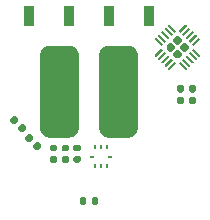
<source format=gbp>
G04 #@! TF.GenerationSoftware,KiCad,Pcbnew,8.0.9-8.0.9-0~ubuntu20.04.1*
G04 #@! TF.CreationDate,2025-12-29T17:13:45+00:00*
G04 #@! TF.ProjectId,nfc-pcb-tag,6e66632d-7063-4622-9d74-61672e6b6963,rev?*
G04 #@! TF.SameCoordinates,Original*
G04 #@! TF.FileFunction,Paste,Bot*
G04 #@! TF.FilePolarity,Positive*
%FSLAX46Y46*%
G04 Gerber Fmt 4.6, Leading zero omitted, Abs format (unit mm)*
G04 Created by KiCad (PCBNEW 8.0.9-8.0.9-0~ubuntu20.04.1) date 2025-12-29 17:13:45*
%MOMM*%
%LPD*%
G01*
G04 APERTURE LIST*
%ADD10R,0.250000X0.400000*%
%ADD11R,0.400000X0.250000*%
%ADD12R,0.900000X1.700000*%
G04 APERTURE END LIST*
G36*
G01*
X81530000Y-38315000D02*
X81530000Y-38685000D01*
G75*
G02*
X81395000Y-38820000I-135000J0D01*
G01*
X81125000Y-38820000D01*
G75*
G02*
X80990000Y-38685000I0J135000D01*
G01*
X80990000Y-38315000D01*
G75*
G02*
X81125000Y-38180000I135000J0D01*
G01*
X81395000Y-38180000D01*
G75*
G02*
X81530000Y-38315000I0J-135000D01*
G01*
G37*
G36*
G01*
X80510000Y-38315000D02*
X80510000Y-38685000D01*
G75*
G02*
X80375000Y-38820000I-135000J0D01*
G01*
X80105000Y-38820000D01*
G75*
G02*
X79970000Y-38685000I0J135000D01*
G01*
X79970000Y-38315000D01*
G75*
G02*
X80105000Y-38180000I135000J0D01*
G01*
X80375000Y-38180000D01*
G75*
G02*
X80510000Y-38315000I0J-135000D01*
G01*
G37*
D10*
X73000000Y-42450000D03*
X73500000Y-42450000D03*
X74000000Y-42450000D03*
D11*
X74250000Y-43250000D03*
D10*
X74000000Y-44050000D03*
X73500000Y-44050000D03*
X73000000Y-44050000D03*
D11*
X72750000Y-43250000D03*
G36*
G01*
X81530000Y-37315000D02*
X81530000Y-37685000D01*
G75*
G02*
X81395000Y-37820000I-135000J0D01*
G01*
X81125000Y-37820000D01*
G75*
G02*
X80990000Y-37685000I0J135000D01*
G01*
X80990000Y-37315000D01*
G75*
G02*
X81125000Y-37180000I135000J0D01*
G01*
X81395000Y-37180000D01*
G75*
G02*
X81530000Y-37315000I0J-135000D01*
G01*
G37*
G36*
G01*
X80510000Y-37315000D02*
X80510000Y-37685000D01*
G75*
G02*
X80375000Y-37820000I-135000J0D01*
G01*
X80105000Y-37820000D01*
G75*
G02*
X79970000Y-37685000I0J135000D01*
G01*
X79970000Y-37315000D01*
G75*
G02*
X80105000Y-37180000I135000J0D01*
G01*
X80375000Y-37180000D01*
G75*
G02*
X80510000Y-37315000I0J-135000D01*
G01*
G37*
D12*
X70800000Y-31300000D03*
X67400000Y-31300000D03*
G36*
G01*
X80698268Y-33644679D02*
X80935149Y-33881560D01*
G75*
G02*
X80935149Y-34118440I-118440J-118440D01*
G01*
X80698268Y-34355321D01*
G75*
G02*
X80461388Y-34355321I-118440J118440D01*
G01*
X80224507Y-34118440D01*
G75*
G02*
X80224507Y-33881560I118440J118440D01*
G01*
X80461388Y-33644679D01*
G75*
G02*
X80698268Y-33644679I118440J-118440D01*
G01*
G37*
G36*
G01*
X80118440Y-33064851D02*
X80355321Y-33301732D01*
G75*
G02*
X80355321Y-33538612I-118440J-118440D01*
G01*
X80118440Y-33775493D01*
G75*
G02*
X79881560Y-33775493I-118440J118440D01*
G01*
X79644679Y-33538612D01*
G75*
G02*
X79644679Y-33301732I118440J118440D01*
G01*
X79881560Y-33064851D01*
G75*
G02*
X80118440Y-33064851I118440J-118440D01*
G01*
G37*
G36*
G01*
X80118440Y-34224507D02*
X80355321Y-34461388D01*
G75*
G02*
X80355321Y-34698268I-118440J-118440D01*
G01*
X80118440Y-34935149D01*
G75*
G02*
X79881560Y-34935149I-118440J118440D01*
G01*
X79644679Y-34698268D01*
G75*
G02*
X79644679Y-34461388I118440J118440D01*
G01*
X79881560Y-34224507D01*
G75*
G02*
X80118440Y-34224507I118440J-118440D01*
G01*
G37*
G36*
G01*
X79538612Y-33644679D02*
X79775493Y-33881560D01*
G75*
G02*
X79775493Y-34118440I-118440J-118440D01*
G01*
X79538612Y-34355321D01*
G75*
G02*
X79301732Y-34355321I-118440J118440D01*
G01*
X79064851Y-34118440D01*
G75*
G02*
X79064851Y-33881560I118440J118440D01*
G01*
X79301732Y-33644679D01*
G75*
G02*
X79538612Y-33644679I118440J-118440D01*
G01*
G37*
G36*
G01*
X80724784Y-32073135D02*
X80795494Y-32143845D01*
G75*
G02*
X80795494Y-32214555I-35355J-35355D01*
G01*
X80265164Y-32744885D01*
G75*
G02*
X80194454Y-32744885I-35355J35355D01*
G01*
X80123744Y-32674175D01*
G75*
G02*
X80123744Y-32603465I35355J35355D01*
G01*
X80654074Y-32073135D01*
G75*
G02*
X80724784Y-32073135I35355J-35355D01*
G01*
G37*
G36*
G01*
X81007627Y-32355977D02*
X81078337Y-32426687D01*
G75*
G02*
X81078337Y-32497397I-35355J-35355D01*
G01*
X80548007Y-33027727D01*
G75*
G02*
X80477297Y-33027727I-35355J35355D01*
G01*
X80406587Y-32957017D01*
G75*
G02*
X80406587Y-32886307I35355J35355D01*
G01*
X80936917Y-32355977D01*
G75*
G02*
X81007627Y-32355977I35355J-35355D01*
G01*
G37*
G36*
G01*
X81290470Y-32638820D02*
X81361180Y-32709530D01*
G75*
G02*
X81361180Y-32780240I-35355J-35355D01*
G01*
X80830850Y-33310570D01*
G75*
G02*
X80760140Y-33310570I-35355J35355D01*
G01*
X80689430Y-33239860D01*
G75*
G02*
X80689430Y-33169150I35355J35355D01*
G01*
X81219760Y-32638820D01*
G75*
G02*
X81290470Y-32638820I35355J-35355D01*
G01*
G37*
G36*
G01*
X81573313Y-32921663D02*
X81644023Y-32992373D01*
G75*
G02*
X81644023Y-33063083I-35355J-35355D01*
G01*
X81113693Y-33593413D01*
G75*
G02*
X81042983Y-33593413I-35355J35355D01*
G01*
X80972273Y-33522703D01*
G75*
G02*
X80972273Y-33451993I35355J35355D01*
G01*
X81502603Y-32921663D01*
G75*
G02*
X81573313Y-32921663I35355J-35355D01*
G01*
G37*
G36*
G01*
X81856155Y-33204506D02*
X81926865Y-33275216D01*
G75*
G02*
X81926865Y-33345926I-35355J-35355D01*
G01*
X81396535Y-33876256D01*
G75*
G02*
X81325825Y-33876256I-35355J35355D01*
G01*
X81255115Y-33805546D01*
G75*
G02*
X81255115Y-33734836I35355J35355D01*
G01*
X81785445Y-33204506D01*
G75*
G02*
X81856155Y-33204506I35355J-35355D01*
G01*
G37*
G36*
G01*
X81396535Y-34123744D02*
X81926865Y-34654074D01*
G75*
G02*
X81926865Y-34724784I-35355J-35355D01*
G01*
X81856155Y-34795494D01*
G75*
G02*
X81785445Y-34795494I-35355J35355D01*
G01*
X81255115Y-34265164D01*
G75*
G02*
X81255115Y-34194454I35355J35355D01*
G01*
X81325825Y-34123744D01*
G75*
G02*
X81396535Y-34123744I35355J-35355D01*
G01*
G37*
G36*
G01*
X81113693Y-34406587D02*
X81644023Y-34936917D01*
G75*
G02*
X81644023Y-35007627I-35355J-35355D01*
G01*
X81573313Y-35078337D01*
G75*
G02*
X81502603Y-35078337I-35355J35355D01*
G01*
X80972273Y-34548007D01*
G75*
G02*
X80972273Y-34477297I35355J35355D01*
G01*
X81042983Y-34406587D01*
G75*
G02*
X81113693Y-34406587I35355J-35355D01*
G01*
G37*
G36*
G01*
X80830850Y-34689430D02*
X81361180Y-35219760D01*
G75*
G02*
X81361180Y-35290470I-35355J-35355D01*
G01*
X81290470Y-35361180D01*
G75*
G02*
X81219760Y-35361180I-35355J35355D01*
G01*
X80689430Y-34830850D01*
G75*
G02*
X80689430Y-34760140I35355J35355D01*
G01*
X80760140Y-34689430D01*
G75*
G02*
X80830850Y-34689430I35355J-35355D01*
G01*
G37*
G36*
G01*
X80548007Y-34972273D02*
X81078337Y-35502603D01*
G75*
G02*
X81078337Y-35573313I-35355J-35355D01*
G01*
X81007627Y-35644023D01*
G75*
G02*
X80936917Y-35644023I-35355J35355D01*
G01*
X80406587Y-35113693D01*
G75*
G02*
X80406587Y-35042983I35355J35355D01*
G01*
X80477297Y-34972273D01*
G75*
G02*
X80548007Y-34972273I35355J-35355D01*
G01*
G37*
G36*
G01*
X80265164Y-35255115D02*
X80795494Y-35785445D01*
G75*
G02*
X80795494Y-35856155I-35355J-35355D01*
G01*
X80724784Y-35926865D01*
G75*
G02*
X80654074Y-35926865I-35355J35355D01*
G01*
X80123744Y-35396535D01*
G75*
G02*
X80123744Y-35325825I35355J35355D01*
G01*
X80194454Y-35255115D01*
G75*
G02*
X80265164Y-35255115I35355J-35355D01*
G01*
G37*
G36*
G01*
X79805546Y-35255115D02*
X79876256Y-35325825D01*
G75*
G02*
X79876256Y-35396535I-35355J-35355D01*
G01*
X79345926Y-35926865D01*
G75*
G02*
X79275216Y-35926865I-35355J35355D01*
G01*
X79204506Y-35856155D01*
G75*
G02*
X79204506Y-35785445I35355J35355D01*
G01*
X79734836Y-35255115D01*
G75*
G02*
X79805546Y-35255115I35355J-35355D01*
G01*
G37*
G36*
G01*
X79522703Y-34972273D02*
X79593413Y-35042983D01*
G75*
G02*
X79593413Y-35113693I-35355J-35355D01*
G01*
X79063083Y-35644023D01*
G75*
G02*
X78992373Y-35644023I-35355J35355D01*
G01*
X78921663Y-35573313D01*
G75*
G02*
X78921663Y-35502603I35355J35355D01*
G01*
X79451993Y-34972273D01*
G75*
G02*
X79522703Y-34972273I35355J-35355D01*
G01*
G37*
G36*
G01*
X79239860Y-34689430D02*
X79310570Y-34760140D01*
G75*
G02*
X79310570Y-34830850I-35355J-35355D01*
G01*
X78780240Y-35361180D01*
G75*
G02*
X78709530Y-35361180I-35355J35355D01*
G01*
X78638820Y-35290470D01*
G75*
G02*
X78638820Y-35219760I35355J35355D01*
G01*
X79169150Y-34689430D01*
G75*
G02*
X79239860Y-34689430I35355J-35355D01*
G01*
G37*
G36*
G01*
X78957017Y-34406587D02*
X79027727Y-34477297D01*
G75*
G02*
X79027727Y-34548007I-35355J-35355D01*
G01*
X78497397Y-35078337D01*
G75*
G02*
X78426687Y-35078337I-35355J35355D01*
G01*
X78355977Y-35007627D01*
G75*
G02*
X78355977Y-34936917I35355J35355D01*
G01*
X78886307Y-34406587D01*
G75*
G02*
X78957017Y-34406587I35355J-35355D01*
G01*
G37*
G36*
G01*
X78674175Y-34123744D02*
X78744885Y-34194454D01*
G75*
G02*
X78744885Y-34265164I-35355J-35355D01*
G01*
X78214555Y-34795494D01*
G75*
G02*
X78143845Y-34795494I-35355J35355D01*
G01*
X78073135Y-34724784D01*
G75*
G02*
X78073135Y-34654074I35355J35355D01*
G01*
X78603465Y-34123744D01*
G75*
G02*
X78674175Y-34123744I35355J-35355D01*
G01*
G37*
G36*
G01*
X78214555Y-33204506D02*
X78744885Y-33734836D01*
G75*
G02*
X78744885Y-33805546I-35355J-35355D01*
G01*
X78674175Y-33876256D01*
G75*
G02*
X78603465Y-33876256I-35355J35355D01*
G01*
X78073135Y-33345926D01*
G75*
G02*
X78073135Y-33275216I35355J35355D01*
G01*
X78143845Y-33204506D01*
G75*
G02*
X78214555Y-33204506I35355J-35355D01*
G01*
G37*
G36*
G01*
X78497397Y-32921663D02*
X79027727Y-33451993D01*
G75*
G02*
X79027727Y-33522703I-35355J-35355D01*
G01*
X78957017Y-33593413D01*
G75*
G02*
X78886307Y-33593413I-35355J35355D01*
G01*
X78355977Y-33063083D01*
G75*
G02*
X78355977Y-32992373I35355J35355D01*
G01*
X78426687Y-32921663D01*
G75*
G02*
X78497397Y-32921663I35355J-35355D01*
G01*
G37*
G36*
G01*
X78780240Y-32638820D02*
X79310570Y-33169150D01*
G75*
G02*
X79310570Y-33239860I-35355J-35355D01*
G01*
X79239860Y-33310570D01*
G75*
G02*
X79169150Y-33310570I-35355J35355D01*
G01*
X78638820Y-32780240D01*
G75*
G02*
X78638820Y-32709530I35355J35355D01*
G01*
X78709530Y-32638820D01*
G75*
G02*
X78780240Y-32638820I35355J-35355D01*
G01*
G37*
G36*
G01*
X79063083Y-32355977D02*
X79593413Y-32886307D01*
G75*
G02*
X79593413Y-32957017I-35355J-35355D01*
G01*
X79522703Y-33027727D01*
G75*
G02*
X79451993Y-33027727I-35355J35355D01*
G01*
X78921663Y-32497397D01*
G75*
G02*
X78921663Y-32426687I35355J35355D01*
G01*
X78992373Y-32355977D01*
G75*
G02*
X79063083Y-32355977I35355J-35355D01*
G01*
G37*
G36*
G01*
X79345926Y-32073135D02*
X79876256Y-32603465D01*
G75*
G02*
X79876256Y-32674175I-35355J-35355D01*
G01*
X79805546Y-32744885D01*
G75*
G02*
X79734836Y-32744885I-35355J35355D01*
G01*
X79204506Y-32214555D01*
G75*
G02*
X79204506Y-32143845I35355J35355D01*
G01*
X79275216Y-32073135D01*
G75*
G02*
X79345926Y-32073135I35355J-35355D01*
G01*
G37*
G36*
G01*
X67157609Y-40917193D02*
X66917193Y-41157609D01*
G75*
G02*
X66719203Y-41157609I-98995J98995D01*
G01*
X66521213Y-40959619D01*
G75*
G02*
X66521213Y-40761629I98995J98995D01*
G01*
X66761629Y-40521213D01*
G75*
G02*
X66959619Y-40521213I98995J-98995D01*
G01*
X67157609Y-40719203D01*
G75*
G02*
X67157609Y-40917193I-98995J-98995D01*
G01*
G37*
G36*
G01*
X66478787Y-40238371D02*
X66238371Y-40478787D01*
G75*
G02*
X66040381Y-40478787I-98995J98995D01*
G01*
X65842391Y-40280797D01*
G75*
G02*
X65842391Y-40082807I98995J98995D01*
G01*
X66082807Y-39842391D01*
G75*
G02*
X66280797Y-39842391I98995J-98995D01*
G01*
X66478787Y-40040381D01*
G75*
G02*
X66478787Y-40238371I-98995J-98995D01*
G01*
G37*
G36*
G01*
X68407609Y-42417193D02*
X68167193Y-42657609D01*
G75*
G02*
X67969203Y-42657609I-98995J98995D01*
G01*
X67771213Y-42459619D01*
G75*
G02*
X67771213Y-42261629I98995J98995D01*
G01*
X68011629Y-42021213D01*
G75*
G02*
X68209619Y-42021213I98995J-98995D01*
G01*
X68407609Y-42219203D01*
G75*
G02*
X68407609Y-42417193I-98995J-98995D01*
G01*
G37*
G36*
G01*
X67728787Y-41738371D02*
X67488371Y-41978787D01*
G75*
G02*
X67290381Y-41978787I-98995J98995D01*
G01*
X67092391Y-41780797D01*
G75*
G02*
X67092391Y-41582807I98995J98995D01*
G01*
X67332807Y-41342391D01*
G75*
G02*
X67530797Y-41342391I98995J-98995D01*
G01*
X67728787Y-41540381D01*
G75*
G02*
X67728787Y-41738371I-98995J-98995D01*
G01*
G37*
X77600000Y-31300000D03*
X74200000Y-31300000D03*
G36*
G01*
X73280000Y-46815000D02*
X73280000Y-47185000D01*
G75*
G02*
X73145000Y-47320000I-135000J0D01*
G01*
X72875000Y-47320000D01*
G75*
G02*
X72740000Y-47185000I0J135000D01*
G01*
X72740000Y-46815000D01*
G75*
G02*
X72875000Y-46680000I135000J0D01*
G01*
X73145000Y-46680000D01*
G75*
G02*
X73280000Y-46815000I0J-135000D01*
G01*
G37*
G36*
G01*
X72260000Y-46815000D02*
X72260000Y-47185000D01*
G75*
G02*
X72125000Y-47320000I-135000J0D01*
G01*
X71855000Y-47320000D01*
G75*
G02*
X71720000Y-47185000I0J135000D01*
G01*
X71720000Y-46815000D01*
G75*
G02*
X71855000Y-46680000I135000J0D01*
G01*
X72125000Y-46680000D01*
G75*
G02*
X72260000Y-46815000I0J-135000D01*
G01*
G37*
G36*
G01*
X70330000Y-42240000D02*
X70670000Y-42240000D01*
G75*
G02*
X70810000Y-42380000I0J-140000D01*
G01*
X70810000Y-42660000D01*
G75*
G02*
X70670000Y-42800000I-140000J0D01*
G01*
X70330000Y-42800000D01*
G75*
G02*
X70190000Y-42660000I0J140000D01*
G01*
X70190000Y-42380000D01*
G75*
G02*
X70330000Y-42240000I140000J0D01*
G01*
G37*
G36*
G01*
X70330000Y-43200000D02*
X70670000Y-43200000D01*
G75*
G02*
X70810000Y-43340000I0J-140000D01*
G01*
X70810000Y-43620000D01*
G75*
G02*
X70670000Y-43760000I-140000J0D01*
G01*
X70330000Y-43760000D01*
G75*
G02*
X70190000Y-43620000I0J140000D01*
G01*
X70190000Y-43340000D01*
G75*
G02*
X70330000Y-43200000I140000J0D01*
G01*
G37*
G36*
G01*
X71670000Y-43760000D02*
X71330000Y-43760000D01*
G75*
G02*
X71190000Y-43620000I0J140000D01*
G01*
X71190000Y-43340000D01*
G75*
G02*
X71330000Y-43200000I140000J0D01*
G01*
X71670000Y-43200000D01*
G75*
G02*
X71810000Y-43340000I0J-140000D01*
G01*
X71810000Y-43620000D01*
G75*
G02*
X71670000Y-43760000I-140000J0D01*
G01*
G37*
G36*
G01*
X71670000Y-42800000D02*
X71330000Y-42800000D01*
G75*
G02*
X71190000Y-42660000I0J140000D01*
G01*
X71190000Y-42380000D01*
G75*
G02*
X71330000Y-42240000I140000J0D01*
G01*
X71670000Y-42240000D01*
G75*
G02*
X71810000Y-42380000I0J-140000D01*
G01*
X71810000Y-42660000D01*
G75*
G02*
X71670000Y-42800000I-140000J0D01*
G01*
G37*
G36*
G01*
X69670000Y-43760000D02*
X69330000Y-43760000D01*
G75*
G02*
X69190000Y-43620000I0J140000D01*
G01*
X69190000Y-43340000D01*
G75*
G02*
X69330000Y-43200000I140000J0D01*
G01*
X69670000Y-43200000D01*
G75*
G02*
X69810000Y-43340000I0J-140000D01*
G01*
X69810000Y-43620000D01*
G75*
G02*
X69670000Y-43760000I-140000J0D01*
G01*
G37*
G36*
G01*
X69670000Y-42800000D02*
X69330000Y-42800000D01*
G75*
G02*
X69190000Y-42660000I0J140000D01*
G01*
X69190000Y-42380000D01*
G75*
G02*
X69330000Y-42240000I140000J0D01*
G01*
X69670000Y-42240000D01*
G75*
G02*
X69810000Y-42380000I0J-140000D01*
G01*
X69810000Y-42660000D01*
G75*
G02*
X69670000Y-42800000I-140000J0D01*
G01*
G37*
G36*
G01*
X71650000Y-34675000D02*
X71650000Y-40825000D01*
G75*
G02*
X70825000Y-41650000I-825000J0D01*
G01*
X69175000Y-41650000D01*
G75*
G02*
X68350000Y-40825000I0J825000D01*
G01*
X68350000Y-34675000D01*
G75*
G02*
X69175000Y-33850000I825000J0D01*
G01*
X70825000Y-33850000D01*
G75*
G02*
X71650000Y-34675000I0J-825000D01*
G01*
G37*
G36*
G01*
X76650000Y-34675000D02*
X76650000Y-40825000D01*
G75*
G02*
X75825000Y-41650000I-825000J0D01*
G01*
X74175000Y-41650000D01*
G75*
G02*
X73350000Y-40825000I0J825000D01*
G01*
X73350000Y-34675000D01*
G75*
G02*
X74175000Y-33850000I825000J0D01*
G01*
X75825000Y-33850000D01*
G75*
G02*
X76650000Y-34675000I0J-825000D01*
G01*
G37*
M02*

</source>
